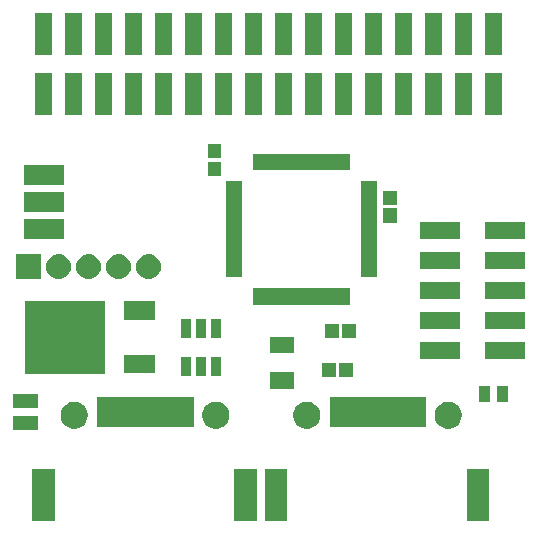
<source format=gts>
%TF.GenerationSoftware,KiCad,Pcbnew,(5.0.1)-3*%
%TF.CreationDate,2018-12-23T10:43:27+11:00*%
%TF.ProjectId,16_Channel_SSR_Driver,31365F4368616E6E656C5F5353525F44,1.2*%
%TF.SameCoordinates,PX7c25018PY69db1f0*%
%TF.FileFunction,Soldermask,Top*%
%TF.FilePolarity,Negative*%
%FSLAX46Y46*%
G04 Gerber Fmt 4.6, Leading zero omitted, Abs format (unit mm)*
G04 Created by KiCad (PCBNEW (5.0.1)-3) date 23/12/2018 10:43:27 AM*
%MOMM*%
%LPD*%
G01*
G04 APERTURE LIST*
%ADD10C,0.100000*%
G04 APERTURE END LIST*
D10*
G36*
X3034436Y-33790000D02*
X2584000Y-33790000D01*
X2584000Y-32889300D01*
X3034436Y-32889300D01*
X3034436Y-33790000D01*
G37*
G36*
X2384131Y-33790000D02*
X1934000Y-33790000D01*
X1934000Y-32889180D01*
X2384131Y-32889180D01*
X2384131Y-33790000D01*
G37*
G36*
X1733449Y-33790000D02*
X1284000Y-33790000D01*
X1284000Y-32888190D01*
X1733449Y-32888190D01*
X1733449Y-33790000D01*
G37*
G36*
X1284000Y-34790308D02*
X1733738Y-34790308D01*
X1733738Y-35690000D01*
X1284000Y-35690000D01*
X1284000Y-34790308D01*
G37*
G36*
X1934000Y-34790565D02*
X2384254Y-34790565D01*
X2384254Y-35690000D01*
X1934000Y-35690000D01*
X1934000Y-34790565D01*
G37*
G36*
X2584000Y-34790083D02*
X3034145Y-34790083D01*
X3034145Y-35690000D01*
X2584000Y-35690000D01*
X2584000Y-34790083D01*
G37*
G36*
X41420000Y-43482000D02*
X39520000Y-43482000D01*
X39520000Y-39082000D01*
X41420000Y-39082000D01*
X41420000Y-43482000D01*
X41420000Y-43482000D01*
G37*
G36*
X24320000Y-43482000D02*
X22420000Y-43482000D01*
X22420000Y-39082000D01*
X24320000Y-39082000D01*
X24320000Y-43482000D01*
X24320000Y-43482000D01*
G37*
G36*
X21735000Y-43482000D02*
X19835000Y-43482000D01*
X19835000Y-39082000D01*
X21735000Y-39082000D01*
X21735000Y-43482000D01*
X21735000Y-43482000D01*
G37*
G36*
X4635000Y-43482000D02*
X2735000Y-43482000D01*
X2735000Y-39082000D01*
X4635000Y-39082000D01*
X4635000Y-43482000D01*
X4635000Y-43482000D01*
G37*
G36*
X3184000Y-35840000D02*
X1134000Y-35840000D01*
X1134000Y-34640000D01*
X3184000Y-34640000D01*
X3184000Y-35840000D01*
X3184000Y-35840000D01*
G37*
G36*
X6620443Y-33436194D02*
X6829728Y-33522883D01*
X7018085Y-33648739D01*
X7178261Y-33808915D01*
X7304117Y-33997272D01*
X7390806Y-34206557D01*
X7435000Y-34428734D01*
X7435000Y-34655266D01*
X7390806Y-34877443D01*
X7304117Y-35086728D01*
X7178261Y-35275085D01*
X7018085Y-35435261D01*
X6829728Y-35561117D01*
X6620443Y-35647806D01*
X6398266Y-35692000D01*
X6171734Y-35692000D01*
X5949557Y-35647806D01*
X5740272Y-35561117D01*
X5551915Y-35435261D01*
X5391739Y-35275085D01*
X5265883Y-35086728D01*
X5179194Y-34877443D01*
X5135000Y-34655266D01*
X5135000Y-34428734D01*
X5179194Y-34206557D01*
X5265883Y-33997272D01*
X5391739Y-33808915D01*
X5551915Y-33648739D01*
X5740272Y-33522883D01*
X5949557Y-33436194D01*
X6171734Y-33392000D01*
X6398266Y-33392000D01*
X6620443Y-33436194D01*
X6620443Y-33436194D01*
G37*
G36*
X18610443Y-33436194D02*
X18819728Y-33522883D01*
X19008085Y-33648739D01*
X19168261Y-33808915D01*
X19294117Y-33997272D01*
X19380806Y-34206557D01*
X19425000Y-34428734D01*
X19425000Y-34655266D01*
X19380806Y-34877443D01*
X19294117Y-35086728D01*
X19168261Y-35275085D01*
X19008085Y-35435261D01*
X18819728Y-35561117D01*
X18610443Y-35647806D01*
X18388266Y-35692000D01*
X18161734Y-35692000D01*
X17939557Y-35647806D01*
X17730272Y-35561117D01*
X17541915Y-35435261D01*
X17381739Y-35275085D01*
X17255883Y-35086728D01*
X17169194Y-34877443D01*
X17125000Y-34655266D01*
X17125000Y-34428734D01*
X17169194Y-34206557D01*
X17255883Y-33997272D01*
X17381739Y-33808915D01*
X17541915Y-33648739D01*
X17730272Y-33522883D01*
X17939557Y-33436194D01*
X18161734Y-33392000D01*
X18388266Y-33392000D01*
X18610443Y-33436194D01*
X18610443Y-33436194D01*
G37*
G36*
X26305443Y-33436194D02*
X26514728Y-33522883D01*
X26703085Y-33648739D01*
X26863261Y-33808915D01*
X26989117Y-33997272D01*
X27075806Y-34206557D01*
X27120000Y-34428734D01*
X27120000Y-34655266D01*
X27075806Y-34877443D01*
X26989117Y-35086728D01*
X26863261Y-35275085D01*
X26703085Y-35435261D01*
X26514728Y-35561117D01*
X26305443Y-35647806D01*
X26083266Y-35692000D01*
X25856734Y-35692000D01*
X25634557Y-35647806D01*
X25425272Y-35561117D01*
X25236915Y-35435261D01*
X25076739Y-35275085D01*
X24950883Y-35086728D01*
X24864194Y-34877443D01*
X24820000Y-34655266D01*
X24820000Y-34428734D01*
X24864194Y-34206557D01*
X24950883Y-33997272D01*
X25076739Y-33808915D01*
X25236915Y-33648739D01*
X25425272Y-33522883D01*
X25634557Y-33436194D01*
X25856734Y-33392000D01*
X26083266Y-33392000D01*
X26305443Y-33436194D01*
X26305443Y-33436194D01*
G37*
G36*
X38295443Y-33436194D02*
X38504728Y-33522883D01*
X38693085Y-33648739D01*
X38853261Y-33808915D01*
X38979117Y-33997272D01*
X39065806Y-34206557D01*
X39110000Y-34428734D01*
X39110000Y-34655266D01*
X39065806Y-34877443D01*
X38979117Y-35086728D01*
X38853261Y-35275085D01*
X38693085Y-35435261D01*
X38504728Y-35561117D01*
X38295443Y-35647806D01*
X38073266Y-35692000D01*
X37846734Y-35692000D01*
X37624557Y-35647806D01*
X37415272Y-35561117D01*
X37226915Y-35435261D01*
X37066739Y-35275085D01*
X36940883Y-35086728D01*
X36854194Y-34877443D01*
X36810000Y-34655266D01*
X36810000Y-34428734D01*
X36854194Y-34206557D01*
X36940883Y-33997272D01*
X37066739Y-33808915D01*
X37226915Y-33648739D01*
X37415272Y-33522883D01*
X37624557Y-33436194D01*
X37846734Y-33392000D01*
X38073266Y-33392000D01*
X38295443Y-33436194D01*
X38295443Y-33436194D01*
G37*
G36*
X16385000Y-35552000D02*
X8245000Y-35552000D01*
X8245000Y-33052000D01*
X16385000Y-33052000D01*
X16385000Y-35552000D01*
X16385000Y-35552000D01*
G37*
G36*
X36070000Y-35552000D02*
X27930000Y-35552000D01*
X27930000Y-33052000D01*
X36070000Y-33052000D01*
X36070000Y-35552000D01*
X36070000Y-35552000D01*
G37*
G36*
X3184000Y-33940000D02*
X1134000Y-33940000D01*
X1134000Y-32740000D01*
X3184000Y-32740000D01*
X3184000Y-33940000D01*
X3184000Y-33940000D01*
G37*
G36*
X42983000Y-33416000D02*
X42083000Y-33416000D01*
X42083000Y-32116000D01*
X42983000Y-32116000D01*
X42983000Y-33416000D01*
X42983000Y-33416000D01*
G37*
G36*
X41483000Y-33416000D02*
X40583000Y-33416000D01*
X40583000Y-32116000D01*
X41483000Y-32116000D01*
X41483000Y-33416000D01*
X41483000Y-33416000D01*
G37*
G36*
X24876000Y-32299000D02*
X22876000Y-32299000D01*
X22876000Y-30899000D01*
X24876000Y-30899000D01*
X24876000Y-32299000D01*
X24876000Y-32299000D01*
G37*
G36*
X29925000Y-31309000D02*
X28725000Y-31309000D01*
X28725000Y-30159000D01*
X29925000Y-30159000D01*
X29925000Y-31309000D01*
X29925000Y-31309000D01*
G37*
G36*
X28425000Y-31309000D02*
X27225000Y-31309000D01*
X27225000Y-30159000D01*
X28425000Y-30159000D01*
X28425000Y-31309000D01*
X28425000Y-31309000D01*
G37*
G36*
X16151200Y-31238800D02*
X15344800Y-31238800D01*
X15344800Y-29619600D01*
X16151200Y-29619600D01*
X16151200Y-31238800D01*
X16151200Y-31238800D01*
G37*
G36*
X17421200Y-31238800D02*
X16614800Y-31238800D01*
X16614800Y-29619600D01*
X17421200Y-29619600D01*
X17421200Y-31238800D01*
X17421200Y-31238800D01*
G37*
G36*
X18691200Y-31238800D02*
X17884800Y-31238800D01*
X17884800Y-29619600D01*
X18691200Y-29619600D01*
X18691200Y-31238800D01*
X18691200Y-31238800D01*
G37*
G36*
X8920000Y-31040000D02*
X2120000Y-31040000D01*
X2120000Y-24840000D01*
X8920000Y-24840000D01*
X8920000Y-31040000D01*
X8920000Y-31040000D01*
G37*
G36*
X13120000Y-31020000D02*
X10520000Y-31020000D01*
X10520000Y-29420000D01*
X13120000Y-29420000D01*
X13120000Y-31020000D01*
X13120000Y-31020000D01*
G37*
G36*
X38935000Y-29783000D02*
X35535000Y-29783000D01*
X35535000Y-28383000D01*
X38935000Y-28383000D01*
X38935000Y-29783000D01*
X38935000Y-29783000D01*
G37*
G36*
X44475000Y-29783000D02*
X41075000Y-29783000D01*
X41075000Y-28383000D01*
X44475000Y-28383000D01*
X44475000Y-29783000D01*
X44475000Y-29783000D01*
G37*
G36*
X24876000Y-29299000D02*
X22876000Y-29299000D01*
X22876000Y-27899000D01*
X24876000Y-27899000D01*
X24876000Y-29299000D01*
X24876000Y-29299000D01*
G37*
G36*
X18691200Y-28038400D02*
X17884800Y-28038400D01*
X17884800Y-26419200D01*
X18691200Y-26419200D01*
X18691200Y-28038400D01*
X18691200Y-28038400D01*
G37*
G36*
X17421200Y-28038400D02*
X16614800Y-28038400D01*
X16614800Y-26419200D01*
X17421200Y-26419200D01*
X17421200Y-28038400D01*
X17421200Y-28038400D01*
G37*
G36*
X16151200Y-28038400D02*
X15344800Y-28038400D01*
X15344800Y-26419200D01*
X16151200Y-26419200D01*
X16151200Y-28038400D01*
X16151200Y-28038400D01*
G37*
G36*
X30179000Y-28007000D02*
X28979000Y-28007000D01*
X28979000Y-26857000D01*
X30179000Y-26857000D01*
X30179000Y-28007000D01*
X30179000Y-28007000D01*
G37*
G36*
X28679000Y-28007000D02*
X27479000Y-28007000D01*
X27479000Y-26857000D01*
X28679000Y-26857000D01*
X28679000Y-28007000D01*
X28679000Y-28007000D01*
G37*
G36*
X44475000Y-27243000D02*
X41075000Y-27243000D01*
X41075000Y-25843000D01*
X44475000Y-25843000D01*
X44475000Y-27243000D01*
X44475000Y-27243000D01*
G37*
G36*
X38935000Y-27243000D02*
X35535000Y-27243000D01*
X35535000Y-25843000D01*
X38935000Y-25843000D01*
X38935000Y-27243000D01*
X38935000Y-27243000D01*
G37*
G36*
X13120000Y-26460000D02*
X10520000Y-26460000D01*
X10520000Y-24860000D01*
X13120000Y-24860000D01*
X13120000Y-26460000D01*
X13120000Y-26460000D01*
G37*
G36*
X29602000Y-25196000D02*
X21452000Y-25196000D01*
X21452000Y-23796000D01*
X29602000Y-23796000D01*
X29602000Y-25196000D01*
X29602000Y-25196000D01*
G37*
G36*
X44475000Y-24703000D02*
X41075000Y-24703000D01*
X41075000Y-23303000D01*
X44475000Y-23303000D01*
X44475000Y-24703000D01*
X44475000Y-24703000D01*
G37*
G36*
X38935000Y-24703000D02*
X35535000Y-24703000D01*
X35535000Y-23303000D01*
X38935000Y-23303000D01*
X38935000Y-24703000D01*
X38935000Y-24703000D01*
G37*
G36*
X12701707Y-20928597D02*
X12778836Y-20936193D01*
X12910787Y-20976220D01*
X12976763Y-20996233D01*
X13159172Y-21093733D01*
X13319054Y-21224946D01*
X13450267Y-21384828D01*
X13547767Y-21567237D01*
X13547767Y-21567238D01*
X13607807Y-21765164D01*
X13628080Y-21971000D01*
X13607807Y-22176836D01*
X13594410Y-22221000D01*
X13547767Y-22374763D01*
X13450267Y-22557172D01*
X13319054Y-22717054D01*
X13159172Y-22848267D01*
X12976763Y-22945767D01*
X12910787Y-22965780D01*
X12778836Y-23005807D01*
X12701707Y-23013403D01*
X12624580Y-23021000D01*
X12521420Y-23021000D01*
X12444293Y-23013403D01*
X12367164Y-23005807D01*
X12235213Y-22965780D01*
X12169237Y-22945767D01*
X11986828Y-22848267D01*
X11826946Y-22717054D01*
X11695733Y-22557172D01*
X11598233Y-22374763D01*
X11551590Y-22221000D01*
X11538193Y-22176836D01*
X11517920Y-21971000D01*
X11538193Y-21765164D01*
X11598233Y-21567238D01*
X11598233Y-21567237D01*
X11695733Y-21384828D01*
X11826946Y-21224946D01*
X11986828Y-21093733D01*
X12169237Y-20996233D01*
X12235213Y-20976220D01*
X12367164Y-20936193D01*
X12444293Y-20928597D01*
X12521420Y-20921000D01*
X12624580Y-20921000D01*
X12701707Y-20928597D01*
X12701707Y-20928597D01*
G37*
G36*
X10161707Y-20928597D02*
X10238836Y-20936193D01*
X10370787Y-20976220D01*
X10436763Y-20996233D01*
X10619172Y-21093733D01*
X10779054Y-21224946D01*
X10910267Y-21384828D01*
X11007767Y-21567237D01*
X11007767Y-21567238D01*
X11067807Y-21765164D01*
X11088080Y-21971000D01*
X11067807Y-22176836D01*
X11054410Y-22221000D01*
X11007767Y-22374763D01*
X10910267Y-22557172D01*
X10779054Y-22717054D01*
X10619172Y-22848267D01*
X10436763Y-22945767D01*
X10370787Y-22965780D01*
X10238836Y-23005807D01*
X10161707Y-23013403D01*
X10084580Y-23021000D01*
X9981420Y-23021000D01*
X9904293Y-23013403D01*
X9827164Y-23005807D01*
X9695213Y-22965780D01*
X9629237Y-22945767D01*
X9446828Y-22848267D01*
X9286946Y-22717054D01*
X9155733Y-22557172D01*
X9058233Y-22374763D01*
X9011590Y-22221000D01*
X8998193Y-22176836D01*
X8977920Y-21971000D01*
X8998193Y-21765164D01*
X9058233Y-21567238D01*
X9058233Y-21567237D01*
X9155733Y-21384828D01*
X9286946Y-21224946D01*
X9446828Y-21093733D01*
X9629237Y-20996233D01*
X9695213Y-20976220D01*
X9827164Y-20936193D01*
X9904293Y-20928597D01*
X9981420Y-20921000D01*
X10084580Y-20921000D01*
X10161707Y-20928597D01*
X10161707Y-20928597D01*
G37*
G36*
X7621707Y-20928597D02*
X7698836Y-20936193D01*
X7830787Y-20976220D01*
X7896763Y-20996233D01*
X8079172Y-21093733D01*
X8239054Y-21224946D01*
X8370267Y-21384828D01*
X8467767Y-21567237D01*
X8467767Y-21567238D01*
X8527807Y-21765164D01*
X8548080Y-21971000D01*
X8527807Y-22176836D01*
X8514410Y-22221000D01*
X8467767Y-22374763D01*
X8370267Y-22557172D01*
X8239054Y-22717054D01*
X8079172Y-22848267D01*
X7896763Y-22945767D01*
X7830787Y-22965780D01*
X7698836Y-23005807D01*
X7621707Y-23013403D01*
X7544580Y-23021000D01*
X7441420Y-23021000D01*
X7364293Y-23013403D01*
X7287164Y-23005807D01*
X7155213Y-22965780D01*
X7089237Y-22945767D01*
X6906828Y-22848267D01*
X6746946Y-22717054D01*
X6615733Y-22557172D01*
X6518233Y-22374763D01*
X6471590Y-22221000D01*
X6458193Y-22176836D01*
X6437920Y-21971000D01*
X6458193Y-21765164D01*
X6518233Y-21567238D01*
X6518233Y-21567237D01*
X6615733Y-21384828D01*
X6746946Y-21224946D01*
X6906828Y-21093733D01*
X7089237Y-20996233D01*
X7155213Y-20976220D01*
X7287164Y-20936193D01*
X7364293Y-20928597D01*
X7441420Y-20921000D01*
X7544580Y-20921000D01*
X7621707Y-20928597D01*
X7621707Y-20928597D01*
G37*
G36*
X5081707Y-20928597D02*
X5158836Y-20936193D01*
X5290787Y-20976220D01*
X5356763Y-20996233D01*
X5539172Y-21093733D01*
X5699054Y-21224946D01*
X5830267Y-21384828D01*
X5927767Y-21567237D01*
X5927767Y-21567238D01*
X5987807Y-21765164D01*
X6008080Y-21971000D01*
X5987807Y-22176836D01*
X5974410Y-22221000D01*
X5927767Y-22374763D01*
X5830267Y-22557172D01*
X5699054Y-22717054D01*
X5539172Y-22848267D01*
X5356763Y-22945767D01*
X5290787Y-22965780D01*
X5158836Y-23005807D01*
X5081707Y-23013403D01*
X5004580Y-23021000D01*
X4901420Y-23021000D01*
X4824293Y-23013403D01*
X4747164Y-23005807D01*
X4615213Y-22965780D01*
X4549237Y-22945767D01*
X4366828Y-22848267D01*
X4206946Y-22717054D01*
X4075733Y-22557172D01*
X3978233Y-22374763D01*
X3931590Y-22221000D01*
X3918193Y-22176836D01*
X3897920Y-21971000D01*
X3918193Y-21765164D01*
X3978233Y-21567238D01*
X3978233Y-21567237D01*
X4075733Y-21384828D01*
X4206946Y-21224946D01*
X4366828Y-21093733D01*
X4549237Y-20996233D01*
X4615213Y-20976220D01*
X4747164Y-20936193D01*
X4824293Y-20928597D01*
X4901420Y-20921000D01*
X5004580Y-20921000D01*
X5081707Y-20928597D01*
X5081707Y-20928597D01*
G37*
G36*
X3463000Y-23021000D02*
X1363000Y-23021000D01*
X1363000Y-20921000D01*
X3463000Y-20921000D01*
X3463000Y-23021000D01*
X3463000Y-23021000D01*
G37*
G36*
X31927000Y-22871000D02*
X30527000Y-22871000D01*
X30527000Y-14721000D01*
X31927000Y-14721000D01*
X31927000Y-22871000D01*
X31927000Y-22871000D01*
G37*
G36*
X20527000Y-22871000D02*
X19127000Y-22871000D01*
X19127000Y-14721000D01*
X20527000Y-14721000D01*
X20527000Y-22871000D01*
X20527000Y-22871000D01*
G37*
G36*
X44475000Y-22163000D02*
X41075000Y-22163000D01*
X41075000Y-20763000D01*
X44475000Y-20763000D01*
X44475000Y-22163000D01*
X44475000Y-22163000D01*
G37*
G36*
X38935000Y-22163000D02*
X35535000Y-22163000D01*
X35535000Y-20763000D01*
X38935000Y-20763000D01*
X38935000Y-22163000D01*
X38935000Y-22163000D01*
G37*
G36*
X44475000Y-19623000D02*
X41075000Y-19623000D01*
X41075000Y-18223000D01*
X44475000Y-18223000D01*
X44475000Y-19623000D01*
X44475000Y-19623000D01*
G37*
G36*
X38935000Y-19623000D02*
X35535000Y-19623000D01*
X35535000Y-18223000D01*
X38935000Y-18223000D01*
X38935000Y-19623000D01*
X38935000Y-19623000D01*
G37*
G36*
X5431000Y-19621000D02*
X2031000Y-19621000D01*
X2031000Y-17971000D01*
X5431000Y-17971000D01*
X5431000Y-19621000D01*
X5431000Y-19621000D01*
G37*
G36*
X33595000Y-18241000D02*
X32445000Y-18241000D01*
X32445000Y-17041000D01*
X33595000Y-17041000D01*
X33595000Y-18241000D01*
X33595000Y-18241000D01*
G37*
G36*
X5431000Y-17335000D02*
X2031000Y-17335000D01*
X2031000Y-15685000D01*
X5431000Y-15685000D01*
X5431000Y-17335000D01*
X5431000Y-17335000D01*
G37*
G36*
X33595000Y-16741000D02*
X32445000Y-16741000D01*
X32445000Y-15541000D01*
X33595000Y-15541000D01*
X33595000Y-16741000D01*
X33595000Y-16741000D01*
G37*
G36*
X5431000Y-15049000D02*
X2031000Y-15049000D01*
X2031000Y-13399000D01*
X5431000Y-13399000D01*
X5431000Y-15049000D01*
X5431000Y-15049000D01*
G37*
G36*
X18736000Y-14292000D02*
X17586000Y-14292000D01*
X17586000Y-13092000D01*
X18736000Y-13092000D01*
X18736000Y-14292000D01*
X18736000Y-14292000D01*
G37*
G36*
X29602000Y-13796000D02*
X21452000Y-13796000D01*
X21452000Y-12396000D01*
X29602000Y-12396000D01*
X29602000Y-13796000D01*
X29602000Y-13796000D01*
G37*
G36*
X18736000Y-12792000D02*
X17586000Y-12792000D01*
X17586000Y-11592000D01*
X18736000Y-11592000D01*
X18736000Y-12792000D01*
X18736000Y-12792000D01*
G37*
G36*
X29783000Y-9126000D02*
X28383000Y-9126000D01*
X28383000Y-5576000D01*
X29783000Y-5576000D01*
X29783000Y-9126000D01*
X29783000Y-9126000D01*
G37*
G36*
X27243000Y-9126000D02*
X25843000Y-9126000D01*
X25843000Y-5576000D01*
X27243000Y-5576000D01*
X27243000Y-9126000D01*
X27243000Y-9126000D01*
G37*
G36*
X22163000Y-9126000D02*
X20763000Y-9126000D01*
X20763000Y-5576000D01*
X22163000Y-5576000D01*
X22163000Y-9126000D01*
X22163000Y-9126000D01*
G37*
G36*
X19623000Y-9126000D02*
X18223000Y-9126000D01*
X18223000Y-5576000D01*
X19623000Y-5576000D01*
X19623000Y-9126000D01*
X19623000Y-9126000D01*
G37*
G36*
X14543000Y-9126000D02*
X13143000Y-9126000D01*
X13143000Y-5576000D01*
X14543000Y-5576000D01*
X14543000Y-9126000D01*
X14543000Y-9126000D01*
G37*
G36*
X17083000Y-9126000D02*
X15683000Y-9126000D01*
X15683000Y-5576000D01*
X17083000Y-5576000D01*
X17083000Y-9126000D01*
X17083000Y-9126000D01*
G37*
G36*
X32323000Y-9126000D02*
X30923000Y-9126000D01*
X30923000Y-5576000D01*
X32323000Y-5576000D01*
X32323000Y-9126000D01*
X32323000Y-9126000D01*
G37*
G36*
X24703000Y-9126000D02*
X23303000Y-9126000D01*
X23303000Y-5576000D01*
X24703000Y-5576000D01*
X24703000Y-9126000D01*
X24703000Y-9126000D01*
G37*
G36*
X6923000Y-9126000D02*
X5523000Y-9126000D01*
X5523000Y-5576000D01*
X6923000Y-5576000D01*
X6923000Y-9126000D01*
X6923000Y-9126000D01*
G37*
G36*
X9463000Y-9126000D02*
X8063000Y-9126000D01*
X8063000Y-5576000D01*
X9463000Y-5576000D01*
X9463000Y-9126000D01*
X9463000Y-9126000D01*
G37*
G36*
X12003000Y-9126000D02*
X10603000Y-9126000D01*
X10603000Y-5576000D01*
X12003000Y-5576000D01*
X12003000Y-9126000D01*
X12003000Y-9126000D01*
G37*
G36*
X42483000Y-9126000D02*
X41083000Y-9126000D01*
X41083000Y-5576000D01*
X42483000Y-5576000D01*
X42483000Y-9126000D01*
X42483000Y-9126000D01*
G37*
G36*
X39943000Y-9126000D02*
X38543000Y-9126000D01*
X38543000Y-5576000D01*
X39943000Y-5576000D01*
X39943000Y-9126000D01*
X39943000Y-9126000D01*
G37*
G36*
X37403000Y-9126000D02*
X36003000Y-9126000D01*
X36003000Y-5576000D01*
X37403000Y-5576000D01*
X37403000Y-9126000D01*
X37403000Y-9126000D01*
G37*
G36*
X34863000Y-9126000D02*
X33463000Y-9126000D01*
X33463000Y-5576000D01*
X34863000Y-5576000D01*
X34863000Y-9126000D01*
X34863000Y-9126000D01*
G37*
G36*
X4383000Y-9126000D02*
X2983000Y-9126000D01*
X2983000Y-5576000D01*
X4383000Y-5576000D01*
X4383000Y-9126000D01*
X4383000Y-9126000D01*
G37*
G36*
X42483000Y-4076000D02*
X41083000Y-4076000D01*
X41083000Y-526000D01*
X42483000Y-526000D01*
X42483000Y-4076000D01*
X42483000Y-4076000D01*
G37*
G36*
X39943000Y-4076000D02*
X38543000Y-4076000D01*
X38543000Y-526000D01*
X39943000Y-526000D01*
X39943000Y-4076000D01*
X39943000Y-4076000D01*
G37*
G36*
X37403000Y-4076000D02*
X36003000Y-4076000D01*
X36003000Y-526000D01*
X37403000Y-526000D01*
X37403000Y-4076000D01*
X37403000Y-4076000D01*
G37*
G36*
X34863000Y-4076000D02*
X33463000Y-4076000D01*
X33463000Y-526000D01*
X34863000Y-526000D01*
X34863000Y-4076000D01*
X34863000Y-4076000D01*
G37*
G36*
X29783000Y-4076000D02*
X28383000Y-4076000D01*
X28383000Y-526000D01*
X29783000Y-526000D01*
X29783000Y-4076000D01*
X29783000Y-4076000D01*
G37*
G36*
X27243000Y-4076000D02*
X25843000Y-4076000D01*
X25843000Y-526000D01*
X27243000Y-526000D01*
X27243000Y-4076000D01*
X27243000Y-4076000D01*
G37*
G36*
X24703000Y-4076000D02*
X23303000Y-4076000D01*
X23303000Y-526000D01*
X24703000Y-526000D01*
X24703000Y-4076000D01*
X24703000Y-4076000D01*
G37*
G36*
X22163000Y-4076000D02*
X20763000Y-4076000D01*
X20763000Y-526000D01*
X22163000Y-526000D01*
X22163000Y-4076000D01*
X22163000Y-4076000D01*
G37*
G36*
X19623000Y-4076000D02*
X18223000Y-4076000D01*
X18223000Y-526000D01*
X19623000Y-526000D01*
X19623000Y-4076000D01*
X19623000Y-4076000D01*
G37*
G36*
X32323000Y-4076000D02*
X30923000Y-4076000D01*
X30923000Y-526000D01*
X32323000Y-526000D01*
X32323000Y-4076000D01*
X32323000Y-4076000D01*
G37*
G36*
X14543000Y-4076000D02*
X13143000Y-4076000D01*
X13143000Y-526000D01*
X14543000Y-526000D01*
X14543000Y-4076000D01*
X14543000Y-4076000D01*
G37*
G36*
X12003000Y-4076000D02*
X10603000Y-4076000D01*
X10603000Y-526000D01*
X12003000Y-526000D01*
X12003000Y-4076000D01*
X12003000Y-4076000D01*
G37*
G36*
X9463000Y-4076000D02*
X8063000Y-4076000D01*
X8063000Y-526000D01*
X9463000Y-526000D01*
X9463000Y-4076000D01*
X9463000Y-4076000D01*
G37*
G36*
X6923000Y-4076000D02*
X5523000Y-4076000D01*
X5523000Y-526000D01*
X6923000Y-526000D01*
X6923000Y-4076000D01*
X6923000Y-4076000D01*
G37*
G36*
X4383000Y-4076000D02*
X2983000Y-4076000D01*
X2983000Y-526000D01*
X4383000Y-526000D01*
X4383000Y-4076000D01*
X4383000Y-4076000D01*
G37*
G36*
X17083000Y-4076000D02*
X15683000Y-4076000D01*
X15683000Y-526000D01*
X17083000Y-526000D01*
X17083000Y-4076000D01*
X17083000Y-4076000D01*
G37*
M02*

</source>
